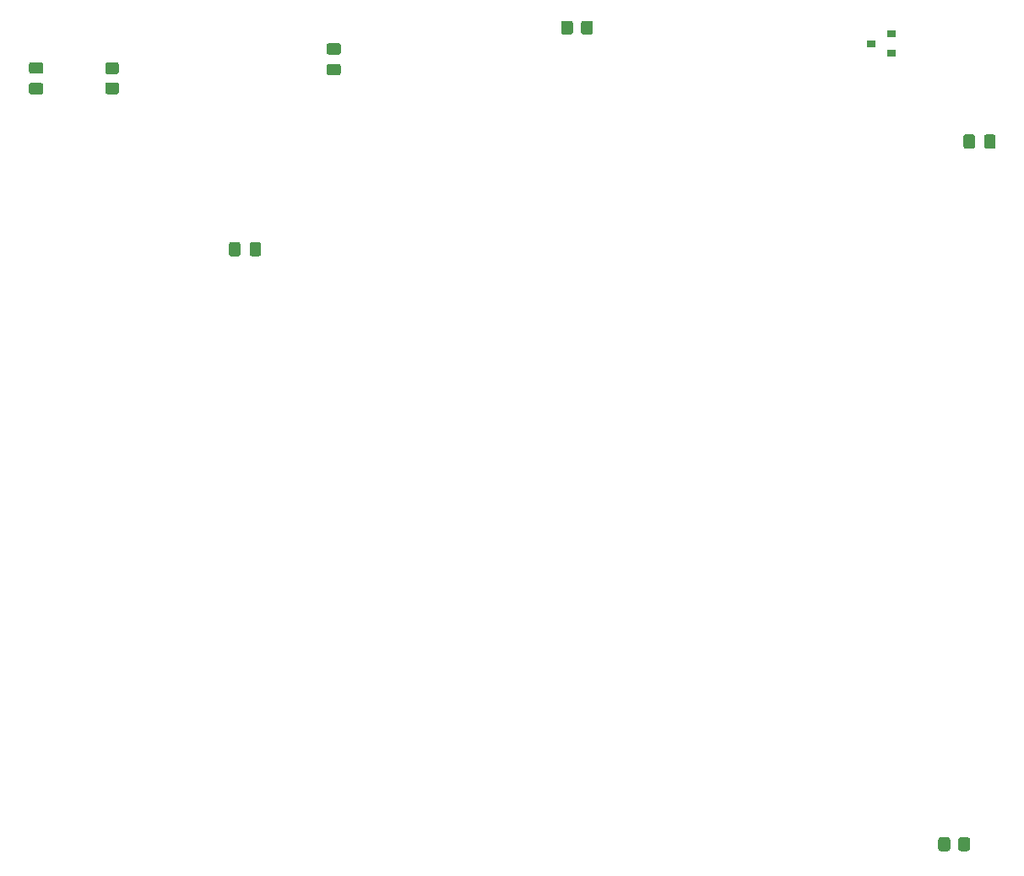
<source format=gbr>
%TF.GenerationSoftware,KiCad,Pcbnew,(5.1.8)-1*%
%TF.CreationDate,2024-02-24T18:38:04+03:00*%
%TF.ProjectId,Regs-v4,52656773-2d76-4342-9e6b-696361645f70,rev?*%
%TF.SameCoordinates,Original*%
%TF.FileFunction,Paste,Bot*%
%TF.FilePolarity,Positive*%
%FSLAX46Y46*%
G04 Gerber Fmt 4.6, Leading zero omitted, Abs format (unit mm)*
G04 Created by KiCad (PCBNEW (5.1.8)-1) date 2024-02-24 18:38:04*
%MOMM*%
%LPD*%
G01*
G04 APERTURE LIST*
%ADD10R,0.900000X0.800000*%
G04 APERTURE END LIST*
%TO.C,R7*%
G36*
G01*
X83220000Y-18230001D02*
X83220000Y-17329999D01*
G75*
G02*
X83469999Y-17080000I249999J0D01*
G01*
X84170001Y-17080000D01*
G75*
G02*
X84420000Y-17329999I0J-249999D01*
G01*
X84420000Y-18230001D01*
G75*
G02*
X84170001Y-18480000I-249999J0D01*
G01*
X83469999Y-18480000D01*
G75*
G02*
X83220000Y-18230001I0J249999D01*
G01*
G37*
G36*
G01*
X81220000Y-18230001D02*
X81220000Y-17329999D01*
G75*
G02*
X81469999Y-17080000I249999J0D01*
G01*
X82170001Y-17080000D01*
G75*
G02*
X82420000Y-17329999I0J-249999D01*
G01*
X82420000Y-18230001D01*
G75*
G02*
X82170001Y-18480000I-249999J0D01*
G01*
X81469999Y-18480000D01*
G75*
G02*
X81220000Y-18230001I0J249999D01*
G01*
G37*
%TD*%
D10*
%TO.C,Q1*%
X112347500Y-19367500D03*
X114347500Y-20317500D03*
X114347500Y-18417500D03*
%TD*%
%TO.C,C4*%
G36*
G01*
X57945000Y-21405000D02*
X58895000Y-21405000D01*
G75*
G02*
X59145000Y-21655000I0J-250000D01*
G01*
X59145000Y-22330000D01*
G75*
G02*
X58895000Y-22580000I-250000J0D01*
G01*
X57945000Y-22580000D01*
G75*
G02*
X57695000Y-22330000I0J250000D01*
G01*
X57695000Y-21655000D01*
G75*
G02*
X57945000Y-21405000I250000J0D01*
G01*
G37*
G36*
G01*
X57945000Y-19330000D02*
X58895000Y-19330000D01*
G75*
G02*
X59145000Y-19580000I0J-250000D01*
G01*
X59145000Y-20255000D01*
G75*
G02*
X58895000Y-20505000I-250000J0D01*
G01*
X57945000Y-20505000D01*
G75*
G02*
X57695000Y-20255000I0J250000D01*
G01*
X57695000Y-19580000D01*
G75*
G02*
X57945000Y-19330000I250000J0D01*
G01*
G37*
%TD*%
%TO.C,C3*%
G36*
G01*
X28100000Y-23310000D02*
X29050000Y-23310000D01*
G75*
G02*
X29300000Y-23560000I0J-250000D01*
G01*
X29300000Y-24235000D01*
G75*
G02*
X29050000Y-24485000I-250000J0D01*
G01*
X28100000Y-24485000D01*
G75*
G02*
X27850000Y-24235000I0J250000D01*
G01*
X27850000Y-23560000D01*
G75*
G02*
X28100000Y-23310000I250000J0D01*
G01*
G37*
G36*
G01*
X28100000Y-21235000D02*
X29050000Y-21235000D01*
G75*
G02*
X29300000Y-21485000I0J-250000D01*
G01*
X29300000Y-22160000D01*
G75*
G02*
X29050000Y-22410000I-250000J0D01*
G01*
X28100000Y-22410000D01*
G75*
G02*
X27850000Y-22160000I0J250000D01*
G01*
X27850000Y-21485000D01*
G75*
G02*
X28100000Y-21235000I250000J0D01*
G01*
G37*
%TD*%
%TO.C,C2*%
G36*
G01*
X49080000Y-39530000D02*
X49080000Y-40480000D01*
G75*
G02*
X48830000Y-40730000I-250000J0D01*
G01*
X48155000Y-40730000D01*
G75*
G02*
X47905000Y-40480000I0J250000D01*
G01*
X47905000Y-39530000D01*
G75*
G02*
X48155000Y-39280000I250000J0D01*
G01*
X48830000Y-39280000D01*
G75*
G02*
X49080000Y-39530000I0J-250000D01*
G01*
G37*
G36*
G01*
X51155000Y-39530000D02*
X51155000Y-40480000D01*
G75*
G02*
X50905000Y-40730000I-250000J0D01*
G01*
X50230000Y-40730000D01*
G75*
G02*
X49980000Y-40480000I0J250000D01*
G01*
X49980000Y-39530000D01*
G75*
G02*
X50230000Y-39280000I250000J0D01*
G01*
X50905000Y-39280000D01*
G75*
G02*
X51155000Y-39530000I0J-250000D01*
G01*
G37*
%TD*%
%TO.C,C1*%
G36*
G01*
X122740000Y-28735000D02*
X122740000Y-29685000D01*
G75*
G02*
X122490000Y-29935000I-250000J0D01*
G01*
X121815000Y-29935000D01*
G75*
G02*
X121565000Y-29685000I0J250000D01*
G01*
X121565000Y-28735000D01*
G75*
G02*
X121815000Y-28485000I250000J0D01*
G01*
X122490000Y-28485000D01*
G75*
G02*
X122740000Y-28735000I0J-250000D01*
G01*
G37*
G36*
G01*
X124815000Y-28735000D02*
X124815000Y-29685000D01*
G75*
G02*
X124565000Y-29935000I-250000J0D01*
G01*
X123890000Y-29935000D01*
G75*
G02*
X123640000Y-29685000I0J250000D01*
G01*
X123640000Y-28735000D01*
G75*
G02*
X123890000Y-28485000I250000J0D01*
G01*
X124565000Y-28485000D01*
G75*
G02*
X124815000Y-28735000I0J-250000D01*
G01*
G37*
%TD*%
%TO.C,R6*%
G36*
G01*
X121050000Y-100145001D02*
X121050000Y-99244999D01*
G75*
G02*
X121299999Y-98995000I249999J0D01*
G01*
X122000001Y-98995000D01*
G75*
G02*
X122250000Y-99244999I0J-249999D01*
G01*
X122250000Y-100145001D01*
G75*
G02*
X122000001Y-100395000I-249999J0D01*
G01*
X121299999Y-100395000D01*
G75*
G02*
X121050000Y-100145001I0J249999D01*
G01*
G37*
G36*
G01*
X119050000Y-100145001D02*
X119050000Y-99244999D01*
G75*
G02*
X119299999Y-98995000I249999J0D01*
G01*
X120000001Y-98995000D01*
G75*
G02*
X120250000Y-99244999I0J-249999D01*
G01*
X120250000Y-100145001D01*
G75*
G02*
X120000001Y-100395000I-249999J0D01*
G01*
X119299999Y-100395000D01*
G75*
G02*
X119050000Y-100145001I0J249999D01*
G01*
G37*
%TD*%
%TO.C,R5*%
G36*
G01*
X35744999Y-23260000D02*
X36645001Y-23260000D01*
G75*
G02*
X36895000Y-23509999I0J-249999D01*
G01*
X36895000Y-24210001D01*
G75*
G02*
X36645001Y-24460000I-249999J0D01*
G01*
X35744999Y-24460000D01*
G75*
G02*
X35495000Y-24210001I0J249999D01*
G01*
X35495000Y-23509999D01*
G75*
G02*
X35744999Y-23260000I249999J0D01*
G01*
G37*
G36*
G01*
X35744999Y-21260000D02*
X36645001Y-21260000D01*
G75*
G02*
X36895000Y-21509999I0J-249999D01*
G01*
X36895000Y-22210001D01*
G75*
G02*
X36645001Y-22460000I-249999J0D01*
G01*
X35744999Y-22460000D01*
G75*
G02*
X35495000Y-22210001I0J249999D01*
G01*
X35495000Y-21509999D01*
G75*
G02*
X35744999Y-21260000I249999J0D01*
G01*
G37*
%TD*%
M02*

</source>
